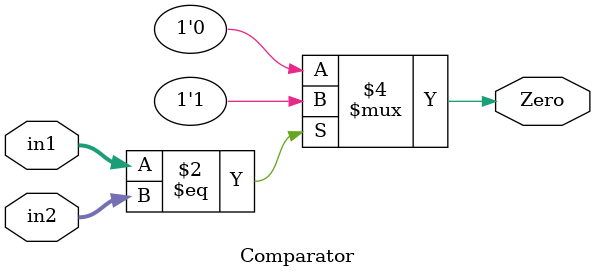
<source format=v>
module Comparator(in1,in2,Zero);
input [31:0] in1,in2;
output reg Zero;

always @(in1 or in2)
begin
if (in1==in2) Zero=1;
else Zero=0;
end
endmodule



</source>
